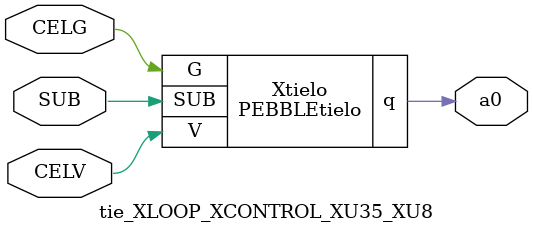
<source format=v>



module PEBBLEtielo ( q, G, SUB, V );

  input V;
  output q;
  input G;
  input SUB;
endmodule

//Celera Confidential Do Not Copy tie_XLOOP_XCONTROL_XU35_XU8
//Celera Confidential Symbol Generator
//TIE
module tie_XLOOP_XCONTROL_XU35_XU8 (CELV,CELG,a0,SUB);
input CELV;
input CELG;
output a0;
input SUB;

//Celera Confidential Do Not Copy tie
PEBBLEtielo Xtielo(
.V (CELV),
.q (a0),
.SUB (SUB),
.G (CELG)
);
//,diesize,PEBBLEtielo

//Celera Confidential Do Not Copy Module End
//Celera Schematic Generator
endmodule

</source>
